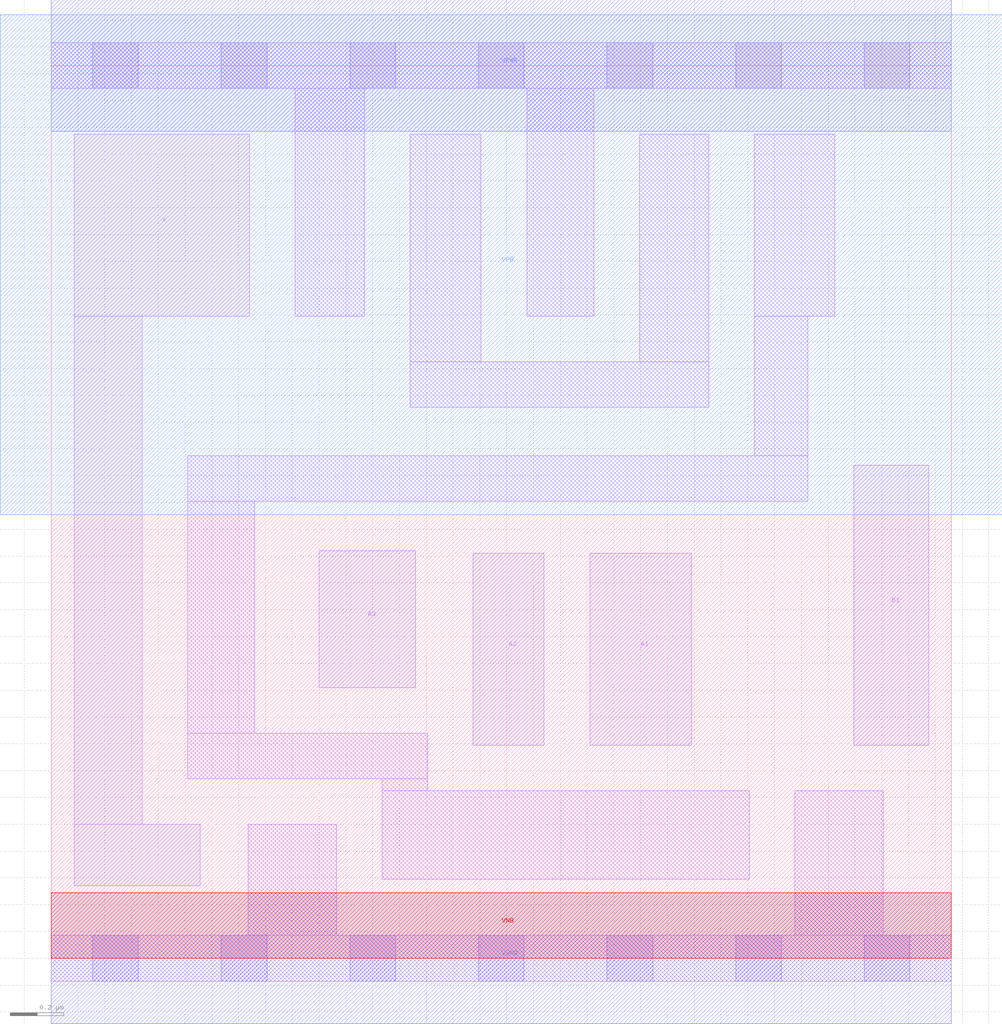
<source format=lef>
# Copyright 2020 The SkyWater PDK Authors
#
# Licensed under the Apache License, Version 2.0 (the "License");
# you may not use this file except in compliance with the License.
# You may obtain a copy of the License at
#
#     https://www.apache.org/licenses/LICENSE-2.0
#
# Unless required by applicable law or agreed to in writing, software
# distributed under the License is distributed on an "AS IS" BASIS,
# WITHOUT WARRANTIES OR CONDITIONS OF ANY KIND, either express or implied.
# See the License for the specific language governing permissions and
# limitations under the License.
#
# SPDX-License-Identifier: Apache-2.0

VERSION 5.7 ;
  NOWIREEXTENSIONATPIN ON ;
  DIVIDERCHAR "/" ;
  BUSBITCHARS "[]" ;
MACRO sky130_fd_sc_lp__a31o_0
  CLASS CORE ;
  FOREIGN sky130_fd_sc_lp__a31o_0 ;
  ORIGIN  0.000000  0.000000 ;
  SIZE  3.360000 BY  3.330000 ;
  SYMMETRY X Y R90 ;
  SITE unit ;
  PIN A1
    ANTENNAGATEAREA  0.159000 ;
    DIRECTION INPUT ;
    USE SIGNAL ;
    PORT
      LAYER li1 ;
        RECT 2.010000 0.795000 2.390000 1.510000 ;
    END
  END A1
  PIN A2
    ANTENNAGATEAREA  0.159000 ;
    DIRECTION INPUT ;
    USE SIGNAL ;
    PORT
      LAYER li1 ;
        RECT 1.575000 0.795000 1.840000 1.510000 ;
    END
  END A2
  PIN A3
    ANTENNAGATEAREA  0.159000 ;
    DIRECTION INPUT ;
    USE SIGNAL ;
    PORT
      LAYER li1 ;
        RECT 1.000000 1.010000 1.360000 1.520000 ;
    END
  END A3
  PIN B1
    ANTENNAGATEAREA  0.159000 ;
    DIRECTION INPUT ;
    USE SIGNAL ;
    PORT
      LAYER li1 ;
        RECT 2.995000 0.795000 3.275000 1.840000 ;
    END
  END B1
  PIN X
    ANTENNADIFFAREA  0.289300 ;
    DIRECTION OUTPUT ;
    USE SIGNAL ;
    PORT
      LAYER li1 ;
        RECT 0.085000 0.270000 0.555000 0.500000 ;
        RECT 0.085000 0.500000 0.340000 2.395000 ;
        RECT 0.085000 2.395000 0.740000 3.075000 ;
    END
  END X
  PIN VGND
    DIRECTION INOUT ;
    USE GROUND ;
    PORT
      LAYER met1 ;
        RECT 0.000000 -0.245000 3.360000 0.245000 ;
    END
  END VGND
  PIN VNB
    DIRECTION INOUT ;
    USE GROUND ;
    PORT
      LAYER pwell ;
        RECT 0.000000 0.000000 3.360000 0.245000 ;
    END
  END VNB
  PIN VPB
    DIRECTION INOUT ;
    USE POWER ;
    PORT
      LAYER nwell ;
        RECT -0.190000 1.655000 3.550000 3.520000 ;
    END
  END VPB
  PIN VPWR
    DIRECTION INOUT ;
    USE POWER ;
    PORT
      LAYER met1 ;
        RECT 0.000000 3.085000 3.360000 3.575000 ;
    END
  END VPWR
  OBS
    LAYER li1 ;
      RECT 0.000000 -0.085000 3.360000 0.085000 ;
      RECT 0.000000  3.245000 3.360000 3.415000 ;
      RECT 0.510000  0.670000 1.405000 0.840000 ;
      RECT 0.510000  0.840000 0.760000 1.705000 ;
      RECT 0.510000  1.705000 2.825000 1.875000 ;
      RECT 0.735000  0.085000 1.065000 0.500000 ;
      RECT 0.910000  2.395000 1.170000 3.245000 ;
      RECT 1.235000  0.295000 2.605000 0.625000 ;
      RECT 1.235000  0.625000 1.405000 0.670000 ;
      RECT 1.340000  2.055000 2.455000 2.225000 ;
      RECT 1.340000  2.225000 1.605000 3.075000 ;
      RECT 1.775000  2.395000 2.025000 3.245000 ;
      RECT 2.195000  2.225000 2.455000 3.075000 ;
      RECT 2.625000  1.875000 2.825000 2.395000 ;
      RECT 2.625000  2.395000 2.925000 3.075000 ;
      RECT 2.775000  0.085000 3.105000 0.625000 ;
    LAYER mcon ;
      RECT 0.155000 -0.085000 0.325000 0.085000 ;
      RECT 0.155000  3.245000 0.325000 3.415000 ;
      RECT 0.635000 -0.085000 0.805000 0.085000 ;
      RECT 0.635000  3.245000 0.805000 3.415000 ;
      RECT 1.115000 -0.085000 1.285000 0.085000 ;
      RECT 1.115000  3.245000 1.285000 3.415000 ;
      RECT 1.595000 -0.085000 1.765000 0.085000 ;
      RECT 1.595000  3.245000 1.765000 3.415000 ;
      RECT 2.075000 -0.085000 2.245000 0.085000 ;
      RECT 2.075000  3.245000 2.245000 3.415000 ;
      RECT 2.555000 -0.085000 2.725000 0.085000 ;
      RECT 2.555000  3.245000 2.725000 3.415000 ;
      RECT 3.035000 -0.085000 3.205000 0.085000 ;
      RECT 3.035000  3.245000 3.205000 3.415000 ;
  END
END sky130_fd_sc_lp__a31o_0
END LIBRARY

</source>
